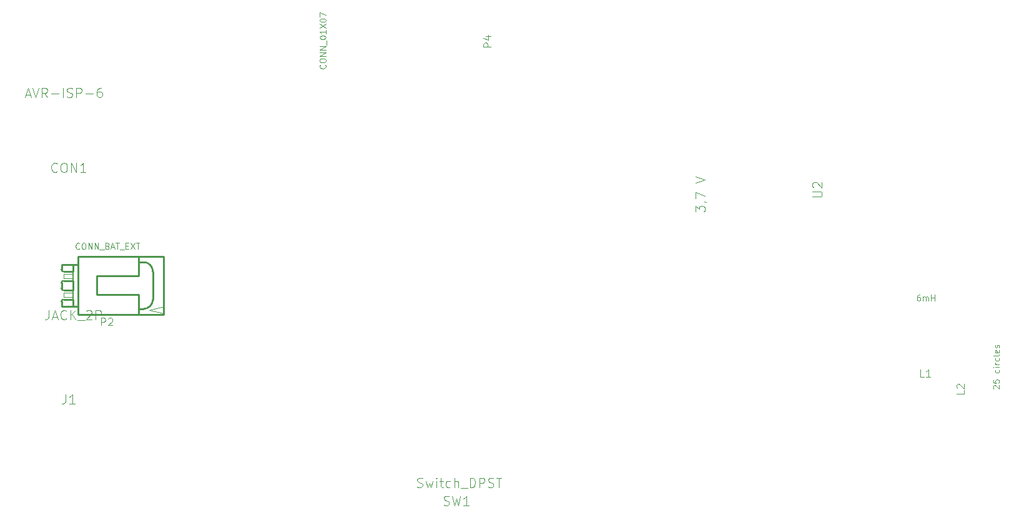
<source format=gbr>
G04 #@! TF.FileFunction,Legend,Bot*
%FSLAX46Y46*%
G04 Gerber Fmt 4.6, Leading zero omitted, Abs format (unit mm)*
G04 Created by KiCad (PCBNEW 4.0.2-stable) date 27/06/2016 23:08:48*
%MOMM*%
G01*
G04 APERTURE LIST*
%ADD10C,0.100000*%
%ADD11C,0.066040*%
%ADD12C,0.254000*%
%ADD13C,0.127000*%
%ADD14C,0.050800*%
%ADD15C,0.088900*%
G04 APERTURE END LIST*
D10*
D11*
X97880000Y-101087500D02*
X97880000Y-100452500D01*
X97880000Y-100452500D02*
X99150000Y-100452500D01*
X99150000Y-101087500D02*
X99150000Y-100452500D01*
X97880000Y-101087500D02*
X99150000Y-101087500D01*
X97880000Y-98547500D02*
X97880000Y-97912500D01*
X97880000Y-97912500D02*
X99150000Y-97912500D01*
X99150000Y-98547500D02*
X99150000Y-97912500D01*
X97880000Y-98547500D02*
X99150000Y-98547500D01*
D12*
X111372480Y-95532520D02*
X111372480Y-103467480D01*
X108040000Y-100770000D02*
X102325000Y-100770000D01*
X102325000Y-100770000D02*
X102325000Y-98230000D01*
X102325000Y-98230000D02*
X108040000Y-98230000D01*
X111372480Y-103467480D02*
X108040000Y-103467480D01*
X108040000Y-103467480D02*
X108040000Y-102675000D01*
X108040000Y-102675000D02*
X108040000Y-100770000D01*
X108040000Y-98230000D02*
X108040000Y-96325000D01*
X108040000Y-96325000D02*
X108040000Y-95532520D01*
X108040000Y-95532520D02*
X111372480Y-95532520D01*
X108040000Y-102675000D02*
X108675000Y-102675000D01*
X109945000Y-101405000D02*
X109945000Y-97595000D01*
X108675000Y-96325000D02*
X108040000Y-96325000D01*
X108040000Y-103467480D02*
X99785000Y-103467480D01*
X99785000Y-103467480D02*
X99785000Y-95532520D01*
X99785000Y-95532520D02*
X108040000Y-95532520D01*
X99785000Y-102357500D02*
X99150000Y-102357500D01*
X99150000Y-102357500D02*
X97562500Y-102357500D01*
X97562500Y-96642500D02*
X99150000Y-96642500D01*
X99150000Y-96642500D02*
X99785000Y-96642500D01*
X99150000Y-102357500D02*
X99150000Y-101405000D01*
D13*
X99150000Y-101405000D02*
X99150000Y-100135000D01*
D12*
X99150000Y-100135000D02*
X99150000Y-98865000D01*
D13*
X99150000Y-98865000D02*
X99150000Y-97595000D01*
D12*
X99150000Y-97595000D02*
X99150000Y-96642500D01*
X99150000Y-101405000D02*
X97816500Y-101405000D01*
X97562500Y-101659000D02*
X97562500Y-102357500D01*
X99150000Y-100135000D02*
X97816500Y-100135000D01*
X99150000Y-98865000D02*
X97816500Y-98865000D01*
X97562500Y-99119000D02*
X97562500Y-99881000D01*
X99150000Y-97595000D02*
X97816500Y-97595000D01*
X97562500Y-97341000D02*
X97562500Y-96642500D01*
D14*
X111372480Y-103310000D02*
X109467480Y-102832480D01*
X109467480Y-102832480D02*
X111372480Y-102357500D01*
X111372480Y-102357500D02*
X111372480Y-103310000D01*
D12*
X109945000Y-101405000D02*
G75*
G02X108675000Y-102675000I-1270000J0D01*
G01*
X108675000Y-96325000D02*
G75*
G02X109945000Y-97595000I0J-1270000D01*
G01*
X97562500Y-101659000D02*
G75*
G02X97816500Y-101405000I254000J0D01*
G01*
X97816500Y-100135000D02*
G75*
G02X97562500Y-99881000I0J254000D01*
G01*
X97562500Y-99119000D02*
G75*
G02X97816500Y-98865000I254000J0D01*
G01*
X97816500Y-97595000D02*
G75*
G02X97562500Y-97341000I0J254000D01*
G01*
D15*
X155805119Y-67144904D02*
X154789119Y-67144904D01*
X154789119Y-66757857D01*
X154837500Y-66661095D01*
X154885881Y-66612714D01*
X154982643Y-66564333D01*
X155127786Y-66564333D01*
X155224548Y-66612714D01*
X155272929Y-66661095D01*
X155321310Y-66757857D01*
X155321310Y-67144904D01*
X155127786Y-65693476D02*
X155805119Y-65693476D01*
X154740738Y-65935380D02*
X155466452Y-66177285D01*
X155466452Y-65548333D01*
X133309186Y-69563952D02*
X133347890Y-69602657D01*
X133386595Y-69718771D01*
X133386595Y-69796181D01*
X133347890Y-69912295D01*
X133270481Y-69989704D01*
X133193071Y-70028409D01*
X133038252Y-70067114D01*
X132922138Y-70067114D01*
X132767319Y-70028409D01*
X132689910Y-69989704D01*
X132612500Y-69912295D01*
X132573795Y-69796181D01*
X132573795Y-69718771D01*
X132612500Y-69602657D01*
X132651205Y-69563952D01*
X132573795Y-69060790D02*
X132573795Y-68905971D01*
X132612500Y-68828562D01*
X132689910Y-68751152D01*
X132844729Y-68712447D01*
X133115662Y-68712447D01*
X133270481Y-68751152D01*
X133347890Y-68828562D01*
X133386595Y-68905971D01*
X133386595Y-69060790D01*
X133347890Y-69138200D01*
X133270481Y-69215609D01*
X133115662Y-69254314D01*
X132844729Y-69254314D01*
X132689910Y-69215609D01*
X132612500Y-69138200D01*
X132573795Y-69060790D01*
X133386595Y-68364104D02*
X132573795Y-68364104D01*
X133386595Y-67899647D01*
X132573795Y-67899647D01*
X133386595Y-67512599D02*
X132573795Y-67512599D01*
X133386595Y-67048142D01*
X132573795Y-67048142D01*
X133464005Y-66854618D02*
X133464005Y-66235342D01*
X132573795Y-65886999D02*
X132573795Y-65809590D01*
X132612500Y-65732180D01*
X132651205Y-65693475D01*
X132728614Y-65654771D01*
X132883433Y-65616066D01*
X133076957Y-65616066D01*
X133231776Y-65654771D01*
X133309186Y-65693475D01*
X133347890Y-65732180D01*
X133386595Y-65809590D01*
X133386595Y-65886999D01*
X133347890Y-65964409D01*
X133309186Y-66003113D01*
X133231776Y-66041818D01*
X133076957Y-66080523D01*
X132883433Y-66080523D01*
X132728614Y-66041818D01*
X132651205Y-66003113D01*
X132612500Y-65964409D01*
X132573795Y-65886999D01*
X133386595Y-64841971D02*
X133386595Y-65306428D01*
X133386595Y-65074199D02*
X132573795Y-65074199D01*
X132689910Y-65151609D01*
X132767319Y-65229018D01*
X132806024Y-65306428D01*
X132573795Y-64571038D02*
X133386595Y-64029171D01*
X132573795Y-64029171D02*
X133386595Y-64571038D01*
X132573795Y-63564714D02*
X132573795Y-63487305D01*
X132612500Y-63409895D01*
X132651205Y-63371190D01*
X132728614Y-63332486D01*
X132883433Y-63293781D01*
X133076957Y-63293781D01*
X133231776Y-63332486D01*
X133309186Y-63371190D01*
X133347890Y-63409895D01*
X133386595Y-63487305D01*
X133386595Y-63564714D01*
X133347890Y-63642124D01*
X133309186Y-63680828D01*
X133231776Y-63719533D01*
X133076957Y-63758238D01*
X132883433Y-63758238D01*
X132728614Y-63719533D01*
X132651205Y-63680828D01*
X132612500Y-63642124D01*
X132573795Y-63564714D01*
X132573795Y-63022848D02*
X132573795Y-62480981D01*
X133386595Y-62829324D01*
X214505667Y-111912619D02*
X214021858Y-111912619D01*
X214021858Y-110896619D01*
X215376524Y-111912619D02*
X214795953Y-111912619D01*
X215086239Y-111912619D02*
X215086239Y-110896619D01*
X214989477Y-111041762D01*
X214892715Y-111138524D01*
X214795953Y-111186905D01*
X213963801Y-100746295D02*
X213808982Y-100746295D01*
X213731572Y-100785000D01*
X213692867Y-100823705D01*
X213615458Y-100939819D01*
X213576753Y-101094638D01*
X213576753Y-101404276D01*
X213615458Y-101481686D01*
X213654163Y-101520390D01*
X213731572Y-101559095D01*
X213886391Y-101559095D01*
X213963801Y-101520390D01*
X214002505Y-101481686D01*
X214041210Y-101404276D01*
X214041210Y-101210752D01*
X214002505Y-101133343D01*
X213963801Y-101094638D01*
X213886391Y-101055933D01*
X213731572Y-101055933D01*
X213654163Y-101094638D01*
X213615458Y-101133343D01*
X213576753Y-101210752D01*
X214389553Y-101559095D02*
X214389553Y-101017229D01*
X214389553Y-101094638D02*
X214428258Y-101055933D01*
X214505667Y-101017229D01*
X214621781Y-101017229D01*
X214699191Y-101055933D01*
X214737896Y-101133343D01*
X214737896Y-101559095D01*
X214737896Y-101133343D02*
X214776600Y-101055933D01*
X214854010Y-101017229D01*
X214970124Y-101017229D01*
X215047534Y-101055933D01*
X215086239Y-101133343D01*
X215086239Y-101559095D01*
X215473286Y-101559095D02*
X215473286Y-100746295D01*
X215473286Y-101133343D02*
X215937743Y-101133343D01*
X215937743Y-101559095D02*
X215937743Y-100746295D01*
X149406667Y-129264048D02*
X149588095Y-129324524D01*
X149890476Y-129324524D01*
X150011429Y-129264048D01*
X150071905Y-129203571D01*
X150132381Y-129082619D01*
X150132381Y-128961667D01*
X150071905Y-128840714D01*
X150011429Y-128780238D01*
X149890476Y-128719762D01*
X149648572Y-128659286D01*
X149527619Y-128598810D01*
X149467143Y-128538333D01*
X149406667Y-128417381D01*
X149406667Y-128296429D01*
X149467143Y-128175476D01*
X149527619Y-128115000D01*
X149648572Y-128054524D01*
X149950952Y-128054524D01*
X150132381Y-128115000D01*
X150555715Y-128054524D02*
X150858096Y-129324524D01*
X151100000Y-128417381D01*
X151341905Y-129324524D01*
X151644286Y-128054524D01*
X152793334Y-129324524D02*
X152067620Y-129324524D01*
X152430477Y-129324524D02*
X152430477Y-128054524D01*
X152309525Y-128235952D01*
X152188572Y-128356905D01*
X152067620Y-128417381D01*
X145795477Y-126814048D02*
X145976905Y-126874524D01*
X146279286Y-126874524D01*
X146400239Y-126814048D01*
X146460715Y-126753571D01*
X146521191Y-126632619D01*
X146521191Y-126511667D01*
X146460715Y-126390714D01*
X146400239Y-126330238D01*
X146279286Y-126269762D01*
X146037382Y-126209286D01*
X145916429Y-126148810D01*
X145855953Y-126088333D01*
X145795477Y-125967381D01*
X145795477Y-125846429D01*
X145855953Y-125725476D01*
X145916429Y-125665000D01*
X146037382Y-125604524D01*
X146339762Y-125604524D01*
X146521191Y-125665000D01*
X146944525Y-126027857D02*
X147186429Y-126874524D01*
X147428334Y-126269762D01*
X147670239Y-126874524D01*
X147912144Y-126027857D01*
X148395953Y-126874524D02*
X148395953Y-126027857D01*
X148395953Y-125604524D02*
X148335477Y-125665000D01*
X148395953Y-125725476D01*
X148456429Y-125665000D01*
X148395953Y-125604524D01*
X148395953Y-125725476D01*
X148819286Y-126027857D02*
X149303096Y-126027857D01*
X149000715Y-125604524D02*
X149000715Y-126693095D01*
X149061191Y-126814048D01*
X149182144Y-126874524D01*
X149303096Y-126874524D01*
X150270715Y-126814048D02*
X150149762Y-126874524D01*
X149907858Y-126874524D01*
X149786905Y-126814048D01*
X149726429Y-126753571D01*
X149665953Y-126632619D01*
X149665953Y-126269762D01*
X149726429Y-126148810D01*
X149786905Y-126088333D01*
X149907858Y-126027857D01*
X150149762Y-126027857D01*
X150270715Y-126088333D01*
X150815000Y-126874524D02*
X150815000Y-125604524D01*
X151359286Y-126874524D02*
X151359286Y-126209286D01*
X151298809Y-126088333D01*
X151177857Y-126027857D01*
X150996429Y-126027857D01*
X150875476Y-126088333D01*
X150815000Y-126148810D01*
X151661667Y-126995476D02*
X152629286Y-126995476D01*
X152931667Y-126874524D02*
X152931667Y-125604524D01*
X153234048Y-125604524D01*
X153415476Y-125665000D01*
X153536429Y-125785952D01*
X153596905Y-125906905D01*
X153657381Y-126148810D01*
X153657381Y-126330238D01*
X153596905Y-126572143D01*
X153536429Y-126693095D01*
X153415476Y-126814048D01*
X153234048Y-126874524D01*
X152931667Y-126874524D01*
X154201667Y-126874524D02*
X154201667Y-125604524D01*
X154685476Y-125604524D01*
X154806429Y-125665000D01*
X154866905Y-125725476D01*
X154927381Y-125846429D01*
X154927381Y-126027857D01*
X154866905Y-126148810D01*
X154806429Y-126209286D01*
X154685476Y-126269762D01*
X154201667Y-126269762D01*
X155411191Y-126814048D02*
X155592619Y-126874524D01*
X155895000Y-126874524D01*
X156015953Y-126814048D01*
X156076429Y-126753571D01*
X156136905Y-126632619D01*
X156136905Y-126511667D01*
X156076429Y-126390714D01*
X156015953Y-126330238D01*
X155895000Y-126269762D01*
X155653096Y-126209286D01*
X155532143Y-126148810D01*
X155471667Y-126088333D01*
X155411191Y-125967381D01*
X155411191Y-125846429D01*
X155471667Y-125725476D01*
X155532143Y-125665000D01*
X155653096Y-125604524D01*
X155955476Y-125604524D01*
X156136905Y-125665000D01*
X156499762Y-125604524D02*
X157225477Y-125604524D01*
X156862620Y-126874524D02*
X156862620Y-125604524D01*
X96982857Y-84005371D02*
X96922381Y-84065848D01*
X96740952Y-84126324D01*
X96620000Y-84126324D01*
X96438572Y-84065848D01*
X96317619Y-83944895D01*
X96257143Y-83823943D01*
X96196667Y-83582038D01*
X96196667Y-83400610D01*
X96257143Y-83158705D01*
X96317619Y-83037752D01*
X96438572Y-82916800D01*
X96620000Y-82856324D01*
X96740952Y-82856324D01*
X96922381Y-82916800D01*
X96982857Y-82977276D01*
X97769048Y-82856324D02*
X98010952Y-82856324D01*
X98131905Y-82916800D01*
X98252857Y-83037752D01*
X98313333Y-83279657D01*
X98313333Y-83702990D01*
X98252857Y-83944895D01*
X98131905Y-84065848D01*
X98010952Y-84126324D01*
X97769048Y-84126324D01*
X97648095Y-84065848D01*
X97527143Y-83944895D01*
X97466667Y-83702990D01*
X97466667Y-83279657D01*
X97527143Y-83037752D01*
X97648095Y-82916800D01*
X97769048Y-82856324D01*
X98857619Y-84126324D02*
X98857619Y-82856324D01*
X99583333Y-84126324D01*
X99583333Y-82856324D01*
X100853333Y-84126324D02*
X100127619Y-84126324D01*
X100490476Y-84126324D02*
X100490476Y-82856324D01*
X100369524Y-83037752D01*
X100248571Y-83158705D01*
X100127619Y-83219181D01*
X92689048Y-73603467D02*
X93293810Y-73603467D01*
X92568095Y-73966324D02*
X92991429Y-72696324D01*
X93414762Y-73966324D01*
X93656666Y-72696324D02*
X94080000Y-73966324D01*
X94503333Y-72696324D01*
X95652380Y-73966324D02*
X95229047Y-73361562D01*
X94926666Y-73966324D02*
X94926666Y-72696324D01*
X95410475Y-72696324D01*
X95531428Y-72756800D01*
X95591904Y-72817276D01*
X95652380Y-72938229D01*
X95652380Y-73119657D01*
X95591904Y-73240610D01*
X95531428Y-73301086D01*
X95410475Y-73361562D01*
X94926666Y-73361562D01*
X96196666Y-73482514D02*
X97164285Y-73482514D01*
X97769047Y-73966324D02*
X97769047Y-72696324D01*
X98313333Y-73905848D02*
X98494761Y-73966324D01*
X98797142Y-73966324D01*
X98918095Y-73905848D01*
X98978571Y-73845371D01*
X99039047Y-73724419D01*
X99039047Y-73603467D01*
X98978571Y-73482514D01*
X98918095Y-73422038D01*
X98797142Y-73361562D01*
X98555238Y-73301086D01*
X98434285Y-73240610D01*
X98373809Y-73180133D01*
X98313333Y-73059181D01*
X98313333Y-72938229D01*
X98373809Y-72817276D01*
X98434285Y-72756800D01*
X98555238Y-72696324D01*
X98857618Y-72696324D01*
X99039047Y-72756800D01*
X99583333Y-73966324D02*
X99583333Y-72696324D01*
X100067142Y-72696324D01*
X100188095Y-72756800D01*
X100248571Y-72817276D01*
X100309047Y-72938229D01*
X100309047Y-73119657D01*
X100248571Y-73240610D01*
X100188095Y-73301086D01*
X100067142Y-73361562D01*
X99583333Y-73361562D01*
X100853333Y-73482514D02*
X101820952Y-73482514D01*
X102970000Y-72696324D02*
X102728095Y-72696324D01*
X102607143Y-72756800D01*
X102546666Y-72817276D01*
X102425714Y-72998705D01*
X102365238Y-73240610D01*
X102365238Y-73724419D01*
X102425714Y-73845371D01*
X102486190Y-73905848D01*
X102607143Y-73966324D01*
X102849047Y-73966324D01*
X102970000Y-73905848D01*
X103030476Y-73845371D01*
X103090952Y-73724419D01*
X103090952Y-73422038D01*
X103030476Y-73301086D01*
X102970000Y-73240610D01*
X102849047Y-73180133D01*
X102607143Y-73180133D01*
X102486190Y-73240610D01*
X102425714Y-73301086D01*
X102365238Y-73422038D01*
X219946619Y-113724333D02*
X219946619Y-114208142D01*
X218930619Y-114208142D01*
X219027381Y-113434047D02*
X218979000Y-113385666D01*
X218930619Y-113288904D01*
X218930619Y-113047000D01*
X218979000Y-112950238D01*
X219027381Y-112901857D01*
X219124143Y-112853476D01*
X219220905Y-112853476D01*
X219366048Y-112901857D01*
X219946619Y-113482428D01*
X219946619Y-112853476D01*
X223962305Y-113490914D02*
X223923600Y-113452209D01*
X223884895Y-113374800D01*
X223884895Y-113181276D01*
X223923600Y-113103866D01*
X223962305Y-113065162D01*
X224039714Y-113026457D01*
X224117124Y-113026457D01*
X224233238Y-113065162D01*
X224697695Y-113529619D01*
X224697695Y-113026457D01*
X223884895Y-112291067D02*
X223884895Y-112678114D01*
X224271943Y-112716819D01*
X224233238Y-112678114D01*
X224194533Y-112600705D01*
X224194533Y-112407181D01*
X224233238Y-112329771D01*
X224271943Y-112291067D01*
X224349352Y-112252362D01*
X224542876Y-112252362D01*
X224620286Y-112291067D01*
X224658990Y-112329771D01*
X224697695Y-112407181D01*
X224697695Y-112600705D01*
X224658990Y-112678114D01*
X224620286Y-112716819D01*
X224658990Y-110936400D02*
X224697695Y-111013810D01*
X224697695Y-111168629D01*
X224658990Y-111246038D01*
X224620286Y-111284743D01*
X224542876Y-111323448D01*
X224310648Y-111323448D01*
X224233238Y-111284743D01*
X224194533Y-111246038D01*
X224155829Y-111168629D01*
X224155829Y-111013810D01*
X224194533Y-110936400D01*
X224697695Y-110588057D02*
X224155829Y-110588057D01*
X223884895Y-110588057D02*
X223923600Y-110626762D01*
X223962305Y-110588057D01*
X223923600Y-110549352D01*
X223884895Y-110588057D01*
X223962305Y-110588057D01*
X224697695Y-110201009D02*
X224155829Y-110201009D01*
X224310648Y-110201009D02*
X224233238Y-110162304D01*
X224194533Y-110123600D01*
X224155829Y-110046190D01*
X224155829Y-109968781D01*
X224658990Y-109349504D02*
X224697695Y-109426914D01*
X224697695Y-109581733D01*
X224658990Y-109659142D01*
X224620286Y-109697847D01*
X224542876Y-109736552D01*
X224310648Y-109736552D01*
X224233238Y-109697847D01*
X224194533Y-109659142D01*
X224155829Y-109581733D01*
X224155829Y-109426914D01*
X224194533Y-109349504D01*
X224697695Y-108885047D02*
X224658990Y-108962456D01*
X224581581Y-109001161D01*
X223884895Y-109001161D01*
X224658990Y-108265771D02*
X224697695Y-108343181D01*
X224697695Y-108498000D01*
X224658990Y-108575409D01*
X224581581Y-108614114D01*
X224271943Y-108614114D01*
X224194533Y-108575409D01*
X224155829Y-108498000D01*
X224155829Y-108343181D01*
X224194533Y-108265771D01*
X224271943Y-108227066D01*
X224349352Y-108227066D01*
X224426762Y-108614114D01*
X224658990Y-107917428D02*
X224697695Y-107840018D01*
X224697695Y-107685199D01*
X224658990Y-107607790D01*
X224581581Y-107569085D01*
X224542876Y-107569085D01*
X224465467Y-107607790D01*
X224426762Y-107685199D01*
X224426762Y-107801314D01*
X224388057Y-107878723D01*
X224310648Y-107917428D01*
X224271943Y-107917428D01*
X224194533Y-107878723D01*
X224155829Y-107801314D01*
X224155829Y-107685199D01*
X224194533Y-107607790D01*
X98091667Y-114269524D02*
X98091667Y-115176667D01*
X98031191Y-115358095D01*
X97910239Y-115479048D01*
X97728810Y-115539524D01*
X97607858Y-115539524D01*
X99361667Y-115539524D02*
X98635953Y-115539524D01*
X98998810Y-115539524D02*
X98998810Y-114269524D01*
X98877858Y-114450952D01*
X98756905Y-114571905D01*
X98635953Y-114632381D01*
X95793572Y-102839524D02*
X95793572Y-103746667D01*
X95733096Y-103928095D01*
X95612144Y-104049048D01*
X95430715Y-104109524D01*
X95309763Y-104109524D01*
X96337858Y-103746667D02*
X96942620Y-103746667D01*
X96216905Y-104109524D02*
X96640239Y-102839524D01*
X97063572Y-104109524D01*
X98212619Y-103988571D02*
X98152143Y-104049048D01*
X97970714Y-104109524D01*
X97849762Y-104109524D01*
X97668334Y-104049048D01*
X97547381Y-103928095D01*
X97486905Y-103807143D01*
X97426429Y-103565238D01*
X97426429Y-103383810D01*
X97486905Y-103141905D01*
X97547381Y-103020952D01*
X97668334Y-102900000D01*
X97849762Y-102839524D01*
X97970714Y-102839524D01*
X98152143Y-102900000D01*
X98212619Y-102960476D01*
X98756905Y-104109524D02*
X98756905Y-102839524D01*
X99482619Y-104109524D02*
X98938334Y-103383810D01*
X99482619Y-102839524D02*
X98756905Y-103565238D01*
X99724524Y-104230476D02*
X100692143Y-104230476D01*
X100934048Y-102960476D02*
X100994524Y-102900000D01*
X101115476Y-102839524D01*
X101417857Y-102839524D01*
X101538810Y-102900000D01*
X101599286Y-102960476D01*
X101659762Y-103081429D01*
X101659762Y-103202381D01*
X101599286Y-103383810D01*
X100873572Y-104109524D01*
X101659762Y-104109524D01*
X102204048Y-104109524D02*
X102204048Y-102839524D01*
X102687857Y-102839524D01*
X102808810Y-102900000D01*
X102869286Y-102960476D01*
X102929762Y-103081429D01*
X102929762Y-103262857D01*
X102869286Y-103383810D01*
X102808810Y-103444286D01*
X102687857Y-103504762D01*
X102204048Y-103504762D01*
X102925096Y-104912619D02*
X102925096Y-103896619D01*
X103312143Y-103896619D01*
X103408905Y-103945000D01*
X103457286Y-103993381D01*
X103505667Y-104090143D01*
X103505667Y-104235286D01*
X103457286Y-104332048D01*
X103408905Y-104380429D01*
X103312143Y-104428810D01*
X102925096Y-104428810D01*
X103892715Y-103993381D02*
X103941096Y-103945000D01*
X104037858Y-103896619D01*
X104279762Y-103896619D01*
X104376524Y-103945000D01*
X104424905Y-103993381D01*
X104473286Y-104090143D01*
X104473286Y-104186905D01*
X104424905Y-104332048D01*
X103844334Y-104912619D01*
X104473286Y-104912619D01*
X100002886Y-94481686D02*
X99964181Y-94520390D01*
X99848067Y-94559095D01*
X99770657Y-94559095D01*
X99654543Y-94520390D01*
X99577134Y-94442981D01*
X99538429Y-94365571D01*
X99499724Y-94210752D01*
X99499724Y-94094638D01*
X99538429Y-93939819D01*
X99577134Y-93862410D01*
X99654543Y-93785000D01*
X99770657Y-93746295D01*
X99848067Y-93746295D01*
X99964181Y-93785000D01*
X100002886Y-93823705D01*
X100506048Y-93746295D02*
X100660867Y-93746295D01*
X100738276Y-93785000D01*
X100815686Y-93862410D01*
X100854391Y-94017229D01*
X100854391Y-94288162D01*
X100815686Y-94442981D01*
X100738276Y-94520390D01*
X100660867Y-94559095D01*
X100506048Y-94559095D01*
X100428638Y-94520390D01*
X100351229Y-94442981D01*
X100312524Y-94288162D01*
X100312524Y-94017229D01*
X100351229Y-93862410D01*
X100428638Y-93785000D01*
X100506048Y-93746295D01*
X101202734Y-94559095D02*
X101202734Y-93746295D01*
X101667191Y-94559095D01*
X101667191Y-93746295D01*
X102054239Y-94559095D02*
X102054239Y-93746295D01*
X102518696Y-94559095D01*
X102518696Y-93746295D01*
X102712220Y-94636505D02*
X103331496Y-94636505D01*
X103795953Y-94133343D02*
X103912067Y-94172048D01*
X103950772Y-94210752D01*
X103989477Y-94288162D01*
X103989477Y-94404276D01*
X103950772Y-94481686D01*
X103912067Y-94520390D01*
X103834658Y-94559095D01*
X103525020Y-94559095D01*
X103525020Y-93746295D01*
X103795953Y-93746295D01*
X103873363Y-93785000D01*
X103912067Y-93823705D01*
X103950772Y-93901114D01*
X103950772Y-93978524D01*
X103912067Y-94055933D01*
X103873363Y-94094638D01*
X103795953Y-94133343D01*
X103525020Y-94133343D01*
X104299115Y-94326867D02*
X104686163Y-94326867D01*
X104221706Y-94559095D02*
X104492639Y-93746295D01*
X104763572Y-94559095D01*
X104918392Y-93746295D02*
X105382849Y-93746295D01*
X105150620Y-94559095D02*
X105150620Y-93746295D01*
X105460258Y-94636505D02*
X106079534Y-94636505D01*
X106273058Y-94133343D02*
X106543991Y-94133343D01*
X106660105Y-94559095D02*
X106273058Y-94559095D01*
X106273058Y-93746295D01*
X106660105Y-93746295D01*
X106931038Y-93746295D02*
X107472905Y-94559095D01*
X107472905Y-93746295D02*
X106931038Y-94559095D01*
X107666429Y-93746295D02*
X108130886Y-93746295D01*
X107898657Y-94559095D02*
X107898657Y-93746295D01*
X199399524Y-87467619D02*
X200427619Y-87467619D01*
X200548571Y-87407143D01*
X200609048Y-87346667D01*
X200669524Y-87225714D01*
X200669524Y-86983810D01*
X200609048Y-86862857D01*
X200548571Y-86802381D01*
X200427619Y-86741905D01*
X199399524Y-86741905D01*
X199520476Y-86197619D02*
X199460000Y-86137143D01*
X199399524Y-86016191D01*
X199399524Y-85713810D01*
X199460000Y-85592857D01*
X199520476Y-85532381D01*
X199641429Y-85471905D01*
X199762381Y-85471905D01*
X199943810Y-85532381D01*
X200669524Y-86258095D01*
X200669524Y-85471905D01*
X183524524Y-89493571D02*
X183524524Y-88707381D01*
X184008333Y-89130714D01*
X184008333Y-88949286D01*
X184068810Y-88828333D01*
X184129286Y-88767857D01*
X184250238Y-88707381D01*
X184552619Y-88707381D01*
X184673571Y-88767857D01*
X184734048Y-88828333D01*
X184794524Y-88949286D01*
X184794524Y-89312143D01*
X184734048Y-89433095D01*
X184673571Y-89493571D01*
X184734048Y-88102619D02*
X184794524Y-88102619D01*
X184915476Y-88163095D01*
X184975952Y-88223571D01*
X183524524Y-87679285D02*
X183524524Y-86832619D01*
X184794524Y-87376904D01*
X183524524Y-85562619D02*
X184794524Y-85139285D01*
X183524524Y-84715952D01*
M02*

</source>
